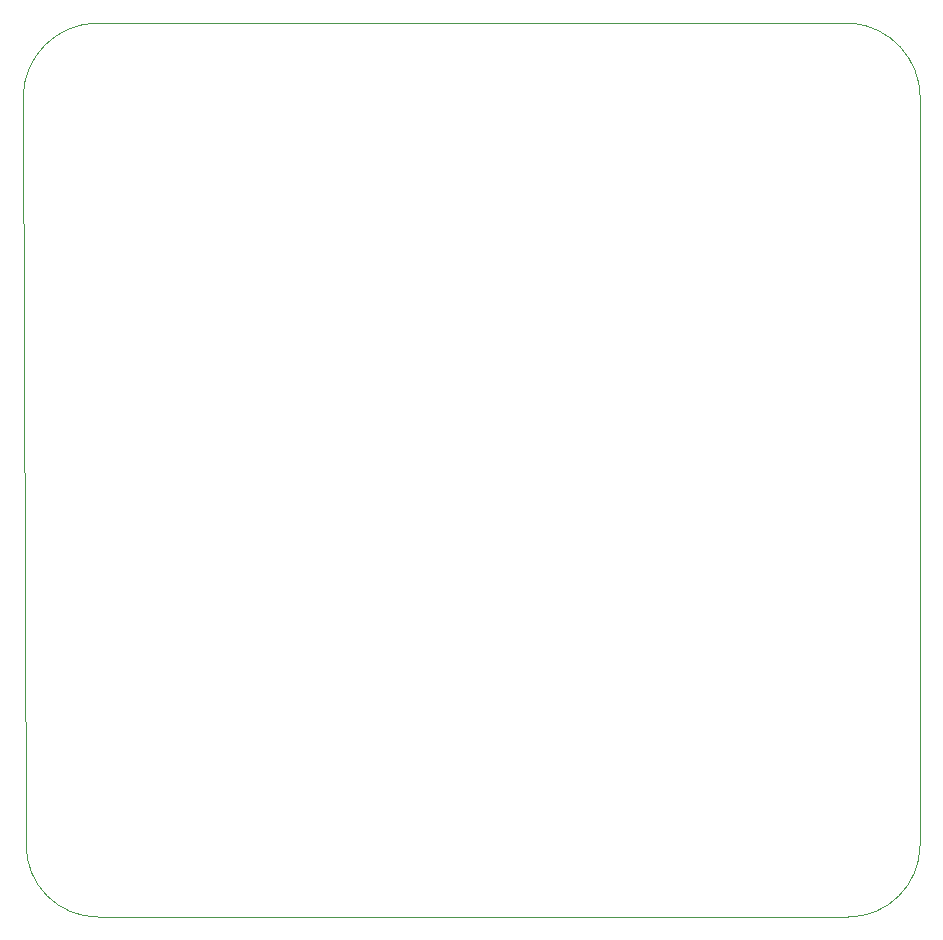
<source format=gbr>
%TF.GenerationSoftware,KiCad,Pcbnew,(7.0.0)*%
%TF.CreationDate,2024-03-07T06:24:16-03:00*%
%TF.ProjectId,pcb_peau_v1,7063625f-7065-4617-955f-76312e6b6963,rev?*%
%TF.SameCoordinates,Original*%
%TF.FileFunction,Profile,NP*%
%FSLAX46Y46*%
G04 Gerber Fmt 4.6, Leading zero omitted, Abs format (unit mm)*
G04 Created by KiCad (PCBNEW (7.0.0)) date 2024-03-07 06:24:16*
%MOMM*%
%LPD*%
G01*
G04 APERTURE LIST*
%TA.AperFunction,Profile*%
%ADD10C,0.100000*%
%TD*%
G04 APERTURE END LIST*
D10*
X244876287Y-50546000D02*
X244856000Y-113792000D01*
X175260000Y-44196000D02*
X239014000Y-44196001D01*
X168910000Y-50546000D02*
X169164000Y-113792000D01*
X238760000Y-119888000D02*
X175260000Y-119888000D01*
X169164000Y-113792000D02*
G75*
G03*
X175260000Y-119888000I6096000J0D01*
G01*
X238760000Y-119888000D02*
G75*
G03*
X244856000Y-113792000I0J6096000D01*
G01*
X244876286Y-50546000D02*
G75*
G03*
X239014000Y-44196002I-6370286J0D01*
G01*
X175260000Y-44196000D02*
G75*
G03*
X168910000Y-50546000I0J-6350000D01*
G01*
M02*

</source>
